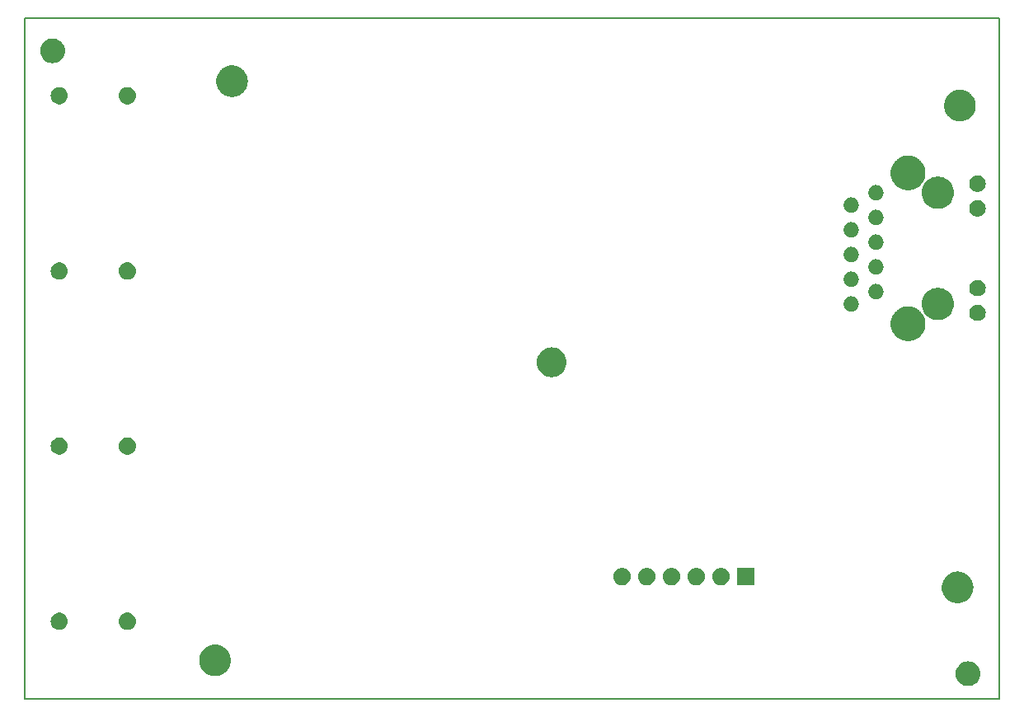
<source format=gbr>
%TF.GenerationSoftware,KiCad,Pcbnew,7.0.10*%
%TF.CreationDate,2025-02-13T15:15:04-06:00*%
%TF.ProjectId,IR2IP,49523249-502e-46b6-9963-61645f706362,rev?*%
%TF.SameCoordinates,PX55fe290PY8062360*%
%TF.FileFunction,Soldermask,Bot*%
%TF.FilePolarity,Negative*%
%FSLAX46Y46*%
G04 Gerber Fmt 4.6, Leading zero omitted, Abs format (unit mm)*
G04 Created by KiCad (PCBNEW 7.0.10) date 2025-02-13 15:15:04*
%MOMM*%
%LPD*%
G01*
G04 APERTURE LIST*
%TA.AperFunction,Profile*%
%ADD10C,0.150000*%
%TD*%
G04 APERTURE END LIST*
G36*
X97050533Y3870706D02*
G01*
X97264366Y3813410D01*
X97465000Y3719852D01*
X97646340Y3592876D01*
X97802876Y3436340D01*
X97929852Y3255000D01*
X98023410Y3054366D01*
X98080706Y2840533D01*
X98100000Y2620000D01*
X98080706Y2399467D01*
X98023410Y2185634D01*
X97929852Y1985000D01*
X97802876Y1803660D01*
X97646340Y1647124D01*
X97465000Y1520148D01*
X97264366Y1426590D01*
X97050533Y1369294D01*
X96830000Y1350000D01*
X96609467Y1369294D01*
X96395634Y1426590D01*
X96195000Y1520148D01*
X96013660Y1647124D01*
X95857124Y1803660D01*
X95730148Y1985000D01*
X95636590Y2185634D01*
X95579294Y2399467D01*
X95560000Y2620000D01*
X95579294Y2840533D01*
X95636590Y3054366D01*
X95730148Y3255000D01*
X95857124Y3436340D01*
X96013660Y3592876D01*
X96195000Y3719852D01*
X96395634Y3813410D01*
X96609467Y3870706D01*
X96830000Y3890000D01*
X97050533Y3870706D01*
G37*
G36*
X19559566Y5620912D02*
G01*
X19621468Y5620912D01*
X19689111Y5610717D01*
X19754300Y5605586D01*
X19806841Y5592972D01*
X19861702Y5584703D01*
X19933396Y5562589D01*
X20002338Y5546037D01*
X20046910Y5527575D01*
X20093846Y5513097D01*
X20167528Y5477614D01*
X20238007Y5448420D01*
X20274189Y5426248D01*
X20312728Y5407688D01*
X20386032Y5357710D01*
X20455504Y5315138D01*
X20483319Y5291382D01*
X20513457Y5270834D01*
X20583823Y5205543D01*
X20649473Y5149473D01*
X20669410Y5126130D01*
X20691542Y5105594D01*
X20756255Y5024447D01*
X20815138Y4955504D01*
X20828085Y4934376D01*
X20843018Y4915651D01*
X20899329Y4818117D01*
X20948420Y4738007D01*
X20955631Y4720597D01*
X20964486Y4705260D01*
X21009646Y4590193D01*
X21046037Y4502338D01*
X21049046Y4489804D01*
X21053242Y4479113D01*
X21084665Y4341441D01*
X21105586Y4254300D01*
X21106128Y4247405D01*
X21107302Y4242264D01*
X21122609Y4037998D01*
X21125600Y4000000D01*
X21122609Y3962000D01*
X21107302Y3757737D01*
X21106128Y3752597D01*
X21105586Y3745700D01*
X21084660Y3658540D01*
X21053242Y3520888D01*
X21049046Y3510200D01*
X21046037Y3497662D01*
X21009639Y3409790D01*
X20964486Y3294741D01*
X20955633Y3279408D01*
X20948420Y3261993D01*
X20899319Y3181868D01*
X20843018Y3084350D01*
X20828088Y3065629D01*
X20815138Y3044496D01*
X20756243Y2975540D01*
X20691542Y2894407D01*
X20669414Y2873876D01*
X20649473Y2850527D01*
X20583810Y2794446D01*
X20513457Y2729167D01*
X20483325Y2708624D01*
X20455504Y2684862D01*
X20386018Y2642282D01*
X20312728Y2592313D01*
X20274197Y2573758D01*
X20238007Y2551580D01*
X20167513Y2522381D01*
X20093846Y2486904D01*
X20046920Y2472430D01*
X20002338Y2453963D01*
X19933381Y2437408D01*
X19861702Y2415298D01*
X19806850Y2407031D01*
X19754300Y2394414D01*
X19689107Y2389284D01*
X19621468Y2379088D01*
X19559566Y2379088D01*
X19500000Y2374400D01*
X19440434Y2379088D01*
X19378532Y2379088D01*
X19310891Y2389284D01*
X19245700Y2394414D01*
X19193150Y2407031D01*
X19138297Y2415298D01*
X19066613Y2437410D01*
X18997662Y2453963D01*
X18953082Y2472429D01*
X18906153Y2486904D01*
X18832481Y2522383D01*
X18761993Y2551580D01*
X18725803Y2573758D01*
X18687272Y2592313D01*
X18613978Y2642284D01*
X18544496Y2684862D01*
X18516677Y2708621D01*
X18486542Y2729167D01*
X18416177Y2794457D01*
X18350527Y2850527D01*
X18330589Y2873872D01*
X18308457Y2894407D01*
X18243741Y2975558D01*
X18184862Y3044496D01*
X18171915Y3065624D01*
X18156981Y3084350D01*
X18100663Y3181896D01*
X18051580Y3261993D01*
X18044369Y3279402D01*
X18035513Y3294741D01*
X17990341Y3409836D01*
X17953963Y3497662D01*
X17950954Y3510193D01*
X17946757Y3520888D01*
X17915319Y3658625D01*
X17894414Y3745700D01*
X17893871Y3752591D01*
X17892697Y3757737D01*
X17877369Y3962266D01*
X17874400Y4000000D01*
X17877369Y4037732D01*
X17892697Y4242264D01*
X17893871Y4247412D01*
X17894414Y4254300D01*
X17915314Y4341357D01*
X17946757Y4479113D01*
X17950955Y4489811D01*
X17953963Y4502338D01*
X17990334Y4590147D01*
X18035513Y4705260D01*
X18044370Y4720603D01*
X18051580Y4738007D01*
X18100653Y4818089D01*
X18156981Y4915651D01*
X18171917Y4934382D01*
X18184862Y4955504D01*
X18243729Y5024429D01*
X18308457Y5105594D01*
X18330593Y5126134D01*
X18350527Y5149473D01*
X18416163Y5205532D01*
X18486542Y5270834D01*
X18516683Y5291384D01*
X18544496Y5315138D01*
X18613963Y5357708D01*
X18687272Y5407688D01*
X18725810Y5426248D01*
X18761993Y5448420D01*
X18832466Y5477612D01*
X18906153Y5513097D01*
X18953092Y5527576D01*
X18997662Y5546037D01*
X19066599Y5562588D01*
X19138297Y5584703D01*
X19193159Y5592973D01*
X19245700Y5605586D01*
X19310887Y5610717D01*
X19378532Y5620912D01*
X19440434Y5620912D01*
X19500000Y5625600D01*
X19559566Y5620912D01*
G37*
G36*
X3774438Y8844633D02*
G01*
X3944050Y8769117D01*
X4094255Y8659987D01*
X4218488Y8522012D01*
X4311320Y8361223D01*
X4368693Y8184646D01*
X4388100Y8000000D01*
X4368693Y7815354D01*
X4311320Y7638777D01*
X4218488Y7477988D01*
X4094255Y7340013D01*
X3944050Y7230883D01*
X3774438Y7155367D01*
X3592832Y7116765D01*
X3407168Y7116765D01*
X3225562Y7155367D01*
X3055950Y7230883D01*
X2905745Y7340013D01*
X2781512Y7477988D01*
X2688680Y7638777D01*
X2631307Y7815354D01*
X2611900Y8000000D01*
X2631307Y8184646D01*
X2688680Y8361223D01*
X2781512Y8522012D01*
X2905745Y8659987D01*
X3055950Y8769117D01*
X3225562Y8844633D01*
X3407168Y8883235D01*
X3592832Y8883235D01*
X3774438Y8844633D01*
G37*
G36*
X10774438Y8844633D02*
G01*
X10944050Y8769117D01*
X11094255Y8659987D01*
X11218488Y8522012D01*
X11311320Y8361223D01*
X11368693Y8184646D01*
X11388100Y8000000D01*
X11368693Y7815354D01*
X11311320Y7638777D01*
X11218488Y7477988D01*
X11094255Y7340013D01*
X10944050Y7230883D01*
X10774438Y7155367D01*
X10592832Y7116765D01*
X10407168Y7116765D01*
X10225562Y7155367D01*
X10055950Y7230883D01*
X9905745Y7340013D01*
X9781512Y7477988D01*
X9688680Y7638777D01*
X9631307Y7815354D01*
X9611900Y8000000D01*
X9631307Y8184646D01*
X9688680Y8361223D01*
X9781512Y8522012D01*
X9905745Y8659987D01*
X10055950Y8769117D01*
X10225562Y8844633D01*
X10407168Y8883235D01*
X10592832Y8883235D01*
X10774438Y8844633D01*
G37*
G36*
X95809566Y13120912D02*
G01*
X95871468Y13120912D01*
X95939111Y13110717D01*
X96004300Y13105586D01*
X96056841Y13092972D01*
X96111702Y13084703D01*
X96183396Y13062589D01*
X96252338Y13046037D01*
X96296910Y13027575D01*
X96343846Y13013097D01*
X96417528Y12977614D01*
X96488007Y12948420D01*
X96524189Y12926248D01*
X96562728Y12907688D01*
X96636032Y12857710D01*
X96705504Y12815138D01*
X96733319Y12791382D01*
X96763457Y12770834D01*
X96833823Y12705543D01*
X96899473Y12649473D01*
X96919410Y12626130D01*
X96941542Y12605594D01*
X97006255Y12524447D01*
X97065138Y12455504D01*
X97078085Y12434376D01*
X97093018Y12415651D01*
X97149329Y12318117D01*
X97198420Y12238007D01*
X97205631Y12220597D01*
X97214486Y12205260D01*
X97259646Y12090193D01*
X97296037Y12002338D01*
X97299046Y11989804D01*
X97303242Y11979113D01*
X97334665Y11841441D01*
X97355586Y11754300D01*
X97356128Y11747405D01*
X97357302Y11742264D01*
X97372609Y11537998D01*
X97375600Y11500000D01*
X97372609Y11462000D01*
X97357302Y11257737D01*
X97356128Y11252597D01*
X97355586Y11245700D01*
X97334660Y11158540D01*
X97303242Y11020888D01*
X97299046Y11010200D01*
X97296037Y10997662D01*
X97259639Y10909790D01*
X97214486Y10794741D01*
X97205633Y10779408D01*
X97198420Y10761993D01*
X97149319Y10681868D01*
X97093018Y10584350D01*
X97078088Y10565629D01*
X97065138Y10544496D01*
X97006243Y10475540D01*
X96941542Y10394407D01*
X96919414Y10373876D01*
X96899473Y10350527D01*
X96833810Y10294446D01*
X96763457Y10229167D01*
X96733325Y10208624D01*
X96705504Y10184862D01*
X96636018Y10142282D01*
X96562728Y10092313D01*
X96524197Y10073758D01*
X96488007Y10051580D01*
X96417513Y10022381D01*
X96343846Y9986904D01*
X96296920Y9972430D01*
X96252338Y9953963D01*
X96183381Y9937408D01*
X96111702Y9915298D01*
X96056850Y9907031D01*
X96004300Y9894414D01*
X95939107Y9889284D01*
X95871468Y9879088D01*
X95809566Y9879088D01*
X95750000Y9874400D01*
X95690434Y9879088D01*
X95628532Y9879088D01*
X95560891Y9889284D01*
X95495700Y9894414D01*
X95443150Y9907031D01*
X95388297Y9915298D01*
X95316613Y9937410D01*
X95247662Y9953963D01*
X95203082Y9972429D01*
X95156153Y9986904D01*
X95082481Y10022383D01*
X95011993Y10051580D01*
X94975803Y10073758D01*
X94937272Y10092313D01*
X94863978Y10142284D01*
X94794496Y10184862D01*
X94766677Y10208621D01*
X94736542Y10229167D01*
X94666177Y10294457D01*
X94600527Y10350527D01*
X94580589Y10373872D01*
X94558457Y10394407D01*
X94493741Y10475558D01*
X94434862Y10544496D01*
X94421915Y10565624D01*
X94406981Y10584350D01*
X94350663Y10681896D01*
X94301580Y10761993D01*
X94294369Y10779402D01*
X94285513Y10794741D01*
X94240341Y10909836D01*
X94203963Y10997662D01*
X94200954Y11010193D01*
X94196757Y11020888D01*
X94165319Y11158625D01*
X94144414Y11245700D01*
X94143871Y11252591D01*
X94142697Y11257737D01*
X94127369Y11462266D01*
X94124400Y11500000D01*
X94127369Y11537732D01*
X94142697Y11742264D01*
X94143871Y11747412D01*
X94144414Y11754300D01*
X94165314Y11841357D01*
X94196757Y11979113D01*
X94200955Y11989811D01*
X94203963Y12002338D01*
X94240334Y12090147D01*
X94285513Y12205260D01*
X94294370Y12220603D01*
X94301580Y12238007D01*
X94350653Y12318089D01*
X94406981Y12415651D01*
X94421917Y12434382D01*
X94434862Y12455504D01*
X94493729Y12524429D01*
X94558457Y12605594D01*
X94580593Y12626134D01*
X94600527Y12649473D01*
X94666163Y12705532D01*
X94736542Y12770834D01*
X94766683Y12791384D01*
X94794496Y12815138D01*
X94863963Y12857708D01*
X94937272Y12907688D01*
X94975810Y12926248D01*
X95011993Y12948420D01*
X95082466Y12977612D01*
X95156153Y13013097D01*
X95203092Y13027576D01*
X95247662Y13046037D01*
X95316599Y13062588D01*
X95388297Y13084703D01*
X95443159Y13092973D01*
X95495700Y13105586D01*
X95560887Y13110717D01*
X95628532Y13120912D01*
X95690434Y13120912D01*
X95750000Y13125600D01*
X95809566Y13120912D01*
G37*
G36*
X74864580Y13485200D02*
G01*
X74876941Y13476941D01*
X74885200Y13464580D01*
X74888100Y13450000D01*
X74888100Y11750000D01*
X74885200Y11735420D01*
X74876941Y11723059D01*
X74864580Y11714800D01*
X74850000Y11711900D01*
X73150000Y11711900D01*
X73135420Y11714800D01*
X73123059Y11723059D01*
X73114800Y11735420D01*
X73111900Y11750000D01*
X73111900Y13450000D01*
X73114800Y13464580D01*
X73123059Y13476941D01*
X73135420Y13485200D01*
X73150000Y13488100D01*
X74850000Y13488100D01*
X74864580Y13485200D01*
G37*
G36*
X61574438Y13444633D02*
G01*
X61744050Y13369117D01*
X61894255Y13259987D01*
X62018488Y13122012D01*
X62111320Y12961223D01*
X62168693Y12784646D01*
X62188100Y12600000D01*
X62168693Y12415354D01*
X62111320Y12238777D01*
X62018488Y12077988D01*
X61894255Y11940013D01*
X61744050Y11830883D01*
X61574438Y11755367D01*
X61392832Y11716765D01*
X61207168Y11716765D01*
X61025562Y11755367D01*
X60855950Y11830883D01*
X60705745Y11940013D01*
X60581512Y12077988D01*
X60488680Y12238777D01*
X60431307Y12415354D01*
X60411900Y12600000D01*
X60431307Y12784646D01*
X60488680Y12961223D01*
X60581512Y13122012D01*
X60705745Y13259987D01*
X60855950Y13369117D01*
X61025562Y13444633D01*
X61207168Y13483235D01*
X61392832Y13483235D01*
X61574438Y13444633D01*
G37*
G36*
X64114438Y13444633D02*
G01*
X64284050Y13369117D01*
X64434255Y13259987D01*
X64558488Y13122012D01*
X64651320Y12961223D01*
X64708693Y12784646D01*
X64728100Y12600000D01*
X64708693Y12415354D01*
X64651320Y12238777D01*
X64558488Y12077988D01*
X64434255Y11940013D01*
X64284050Y11830883D01*
X64114438Y11755367D01*
X63932832Y11716765D01*
X63747168Y11716765D01*
X63565562Y11755367D01*
X63395950Y11830883D01*
X63245745Y11940013D01*
X63121512Y12077988D01*
X63028680Y12238777D01*
X62971307Y12415354D01*
X62951900Y12600000D01*
X62971307Y12784646D01*
X63028680Y12961223D01*
X63121512Y13122012D01*
X63245745Y13259987D01*
X63395950Y13369117D01*
X63565562Y13444633D01*
X63747168Y13483235D01*
X63932832Y13483235D01*
X64114438Y13444633D01*
G37*
G36*
X66654438Y13444633D02*
G01*
X66824050Y13369117D01*
X66974255Y13259987D01*
X67098488Y13122012D01*
X67191320Y12961223D01*
X67248693Y12784646D01*
X67268100Y12600000D01*
X67248693Y12415354D01*
X67191320Y12238777D01*
X67098488Y12077988D01*
X66974255Y11940013D01*
X66824050Y11830883D01*
X66654438Y11755367D01*
X66472832Y11716765D01*
X66287168Y11716765D01*
X66105562Y11755367D01*
X65935950Y11830883D01*
X65785745Y11940013D01*
X65661512Y12077988D01*
X65568680Y12238777D01*
X65511307Y12415354D01*
X65491900Y12600000D01*
X65511307Y12784646D01*
X65568680Y12961223D01*
X65661512Y13122012D01*
X65785745Y13259987D01*
X65935950Y13369117D01*
X66105562Y13444633D01*
X66287168Y13483235D01*
X66472832Y13483235D01*
X66654438Y13444633D01*
G37*
G36*
X69194438Y13444633D02*
G01*
X69364050Y13369117D01*
X69514255Y13259987D01*
X69638488Y13122012D01*
X69731320Y12961223D01*
X69788693Y12784646D01*
X69808100Y12600000D01*
X69788693Y12415354D01*
X69731320Y12238777D01*
X69638488Y12077988D01*
X69514255Y11940013D01*
X69364050Y11830883D01*
X69194438Y11755367D01*
X69012832Y11716765D01*
X68827168Y11716765D01*
X68645562Y11755367D01*
X68475950Y11830883D01*
X68325745Y11940013D01*
X68201512Y12077988D01*
X68108680Y12238777D01*
X68051307Y12415354D01*
X68031900Y12600000D01*
X68051307Y12784646D01*
X68108680Y12961223D01*
X68201512Y13122012D01*
X68325745Y13259987D01*
X68475950Y13369117D01*
X68645562Y13444633D01*
X68827168Y13483235D01*
X69012832Y13483235D01*
X69194438Y13444633D01*
G37*
G36*
X71734438Y13444633D02*
G01*
X71904050Y13369117D01*
X72054255Y13259987D01*
X72178488Y13122012D01*
X72271320Y12961223D01*
X72328693Y12784646D01*
X72348100Y12600000D01*
X72328693Y12415354D01*
X72271320Y12238777D01*
X72178488Y12077988D01*
X72054255Y11940013D01*
X71904050Y11830883D01*
X71734438Y11755367D01*
X71552832Y11716765D01*
X71367168Y11716765D01*
X71185562Y11755367D01*
X71015950Y11830883D01*
X70865745Y11940013D01*
X70741512Y12077988D01*
X70648680Y12238777D01*
X70591307Y12415354D01*
X70571900Y12600000D01*
X70591307Y12784646D01*
X70648680Y12961223D01*
X70741512Y13122012D01*
X70865745Y13259987D01*
X71015950Y13369117D01*
X71185562Y13444633D01*
X71367168Y13483235D01*
X71552832Y13483235D01*
X71734438Y13444633D01*
G37*
G36*
X3774438Y26844633D02*
G01*
X3944050Y26769117D01*
X4094255Y26659987D01*
X4218488Y26522012D01*
X4311320Y26361223D01*
X4368693Y26184646D01*
X4388100Y26000000D01*
X4368693Y25815354D01*
X4311320Y25638777D01*
X4218488Y25477988D01*
X4094255Y25340013D01*
X3944050Y25230883D01*
X3774438Y25155367D01*
X3592832Y25116765D01*
X3407168Y25116765D01*
X3225562Y25155367D01*
X3055950Y25230883D01*
X2905745Y25340013D01*
X2781512Y25477988D01*
X2688680Y25638777D01*
X2631307Y25815354D01*
X2611900Y26000000D01*
X2631307Y26184646D01*
X2688680Y26361223D01*
X2781512Y26522012D01*
X2905745Y26659987D01*
X3055950Y26769117D01*
X3225562Y26844633D01*
X3407168Y26883235D01*
X3592832Y26883235D01*
X3774438Y26844633D01*
G37*
G36*
X10774438Y26844633D02*
G01*
X10944050Y26769117D01*
X11094255Y26659987D01*
X11218488Y26522012D01*
X11311320Y26361223D01*
X11368693Y26184646D01*
X11388100Y26000000D01*
X11368693Y25815354D01*
X11311320Y25638777D01*
X11218488Y25477988D01*
X11094255Y25340013D01*
X10944050Y25230883D01*
X10774438Y25155367D01*
X10592832Y25116765D01*
X10407168Y25116765D01*
X10225562Y25155367D01*
X10055950Y25230883D01*
X9905745Y25340013D01*
X9781512Y25477988D01*
X9688680Y25638777D01*
X9631307Y25815354D01*
X9611900Y26000000D01*
X9631307Y26184646D01*
X9688680Y26361223D01*
X9781512Y26522012D01*
X9905745Y26659987D01*
X10055950Y26769117D01*
X10225562Y26844633D01*
X10407168Y26883235D01*
X10592832Y26883235D01*
X10774438Y26844633D01*
G37*
G36*
X54320612Y36139163D02*
G01*
X54555299Y36082820D01*
X54778283Y35990457D01*
X54984072Y35864349D01*
X55167601Y35707601D01*
X55324349Y35524072D01*
X55450457Y35318283D01*
X55542820Y35095299D01*
X55599163Y34860612D01*
X55618100Y34620000D01*
X55599163Y34379388D01*
X55542820Y34144701D01*
X55450457Y33921717D01*
X55324349Y33715928D01*
X55167601Y33532399D01*
X54984072Y33375651D01*
X54778283Y33249543D01*
X54555299Y33157180D01*
X54320612Y33100837D01*
X54080000Y33081900D01*
X53839388Y33100837D01*
X53604701Y33157180D01*
X53381717Y33249543D01*
X53175928Y33375651D01*
X52992399Y33532399D01*
X52835651Y33715928D01*
X52709543Y33921717D01*
X52617180Y34144701D01*
X52560837Y34379388D01*
X52541900Y34620000D01*
X52560837Y34860612D01*
X52617180Y35095299D01*
X52709543Y35318283D01*
X52835651Y35524072D01*
X52992399Y35707601D01*
X53175928Y35864349D01*
X53381717Y35990457D01*
X53604701Y36082820D01*
X53839388Y36139163D01*
X54080000Y36158100D01*
X54320612Y36139163D01*
G37*
G36*
X90738092Y40368100D02*
G01*
X90803625Y40368100D01*
X90862801Y40359181D01*
X90924458Y40354771D01*
X90997550Y40338871D01*
X91067890Y40328269D01*
X91119574Y40312327D01*
X91173728Y40300546D01*
X91250046Y40272081D01*
X91323266Y40249495D01*
X91366771Y40228545D01*
X91412752Y40211394D01*
X91490199Y40169105D01*
X91564050Y40133540D01*
X91599123Y40109628D01*
X91636645Y40089139D01*
X91712893Y40032061D01*
X91784862Y39982993D01*
X91811678Y39958111D01*
X91840876Y39936254D01*
X91913438Y39863692D01*
X91980770Y39801217D01*
X91999895Y39777235D01*
X92021253Y39755877D01*
X92087484Y39667402D01*
X92147398Y39592273D01*
X92159781Y39570825D01*
X92174138Y39551646D01*
X92231422Y39446737D01*
X92281022Y39360828D01*
X92287895Y39343316D01*
X92296393Y39327753D01*
X92342129Y39205130D01*
X92378660Y39112052D01*
X92381520Y39099519D01*
X92385545Y39088729D01*
X92417281Y38942840D01*
X92438128Y38851502D01*
X92438641Y38844645D01*
X92439770Y38839459D01*
X92455230Y38623294D01*
X92458100Y38585000D01*
X92455229Y38546703D01*
X92439770Y38330542D01*
X92438641Y38325357D01*
X92438128Y38318498D01*
X92417276Y38227140D01*
X92385545Y38081272D01*
X92381521Y38070484D01*
X92378660Y38057948D01*
X92342121Y37964852D01*
X92296393Y37842248D01*
X92287896Y37826688D01*
X92281022Y37809172D01*
X92231412Y37723246D01*
X92174138Y37618355D01*
X92159783Y37599181D01*
X92147398Y37577727D01*
X92087472Y37502583D01*
X92021253Y37414124D01*
X91999899Y37392771D01*
X91980770Y37368783D01*
X91913424Y37306296D01*
X91840876Y37233747D01*
X91811684Y37211895D01*
X91784862Y37187007D01*
X91712878Y37137930D01*
X91636645Y37080862D01*
X91599130Y37060378D01*
X91564050Y37036460D01*
X91490184Y37000889D01*
X91412752Y36958607D01*
X91366780Y36941461D01*
X91323266Y36920505D01*
X91250030Y36897915D01*
X91173728Y36869455D01*
X91119585Y36857678D01*
X91067890Y36841731D01*
X90997535Y36831127D01*
X90924458Y36815230D01*
X90862813Y36810822D01*
X90803625Y36801900D01*
X90738078Y36801900D01*
X90670000Y36797031D01*
X90601921Y36801900D01*
X90536375Y36801900D01*
X90477186Y36810822D01*
X90415541Y36815230D01*
X90342461Y36831128D01*
X90272110Y36841731D01*
X90220417Y36857677D01*
X90166271Y36869455D01*
X90089963Y36897917D01*
X90016734Y36920505D01*
X89973222Y36941459D01*
X89927247Y36958607D01*
X89849807Y37000893D01*
X89775950Y37036460D01*
X89740873Y37060375D01*
X89703354Y37080862D01*
X89627110Y37137937D01*
X89555138Y37187007D01*
X89528320Y37211891D01*
X89499123Y37233747D01*
X89426561Y37306309D01*
X89359230Y37368783D01*
X89340104Y37392766D01*
X89318746Y37414124D01*
X89252511Y37502604D01*
X89192602Y37577727D01*
X89180219Y37599175D01*
X89165861Y37618355D01*
X89108568Y37723278D01*
X89058978Y37809172D01*
X89052106Y37826682D01*
X89043606Y37842248D01*
X88997857Y37964903D01*
X88961340Y38057948D01*
X88958480Y38070477D01*
X88954454Y38081272D01*
X88922702Y38227234D01*
X88901872Y38318498D01*
X88901358Y38325350D01*
X88900229Y38330542D01*
X88884748Y38546996D01*
X88881900Y38585000D01*
X88884747Y38623002D01*
X88900229Y38839459D01*
X88901358Y38844652D01*
X88901872Y38851502D01*
X88922697Y38942747D01*
X88954454Y39088729D01*
X88958480Y39099526D01*
X88961340Y39112052D01*
X88997850Y39205079D01*
X89043606Y39327753D01*
X89052107Y39343323D01*
X89058978Y39360828D01*
X89108558Y39446705D01*
X89165861Y39551646D01*
X89180222Y39570831D01*
X89192602Y39592273D01*
X89252499Y39667382D01*
X89318746Y39755877D01*
X89340108Y39777240D01*
X89359230Y39801217D01*
X89426547Y39863679D01*
X89499123Y39936254D01*
X89528325Y39958115D01*
X89555138Y39982993D01*
X89627095Y40032053D01*
X89703354Y40089139D01*
X89740880Y40109631D01*
X89775950Y40133540D01*
X89849791Y40169101D01*
X89927247Y40211394D01*
X89973232Y40228546D01*
X90016734Y40249495D01*
X90089948Y40272079D01*
X90166271Y40300546D01*
X90220428Y40312328D01*
X90272110Y40328269D01*
X90342446Y40338871D01*
X90415541Y40354771D01*
X90477199Y40359181D01*
X90536375Y40368100D01*
X90601908Y40368100D01*
X90670000Y40372970D01*
X90738092Y40368100D01*
G37*
G36*
X98062077Y40506591D02*
G01*
X98224050Y40434476D01*
X98367490Y40330261D01*
X98486127Y40198501D01*
X98574778Y40044953D01*
X98629567Y39876330D01*
X98648100Y39700000D01*
X98629567Y39523670D01*
X98574778Y39355047D01*
X98486127Y39201499D01*
X98367490Y39069739D01*
X98224050Y38965524D01*
X98062077Y38893409D01*
X97888651Y38856546D01*
X97711349Y38856546D01*
X97537923Y38893409D01*
X97375950Y38965524D01*
X97232510Y39069739D01*
X97113873Y39201499D01*
X97025222Y39355047D01*
X96970433Y39523670D01*
X96951900Y39700000D01*
X96970433Y39876330D01*
X97025222Y40044953D01*
X97113873Y40198501D01*
X97232510Y40330261D01*
X97375950Y40434476D01*
X97537923Y40506591D01*
X97711349Y40543454D01*
X97888651Y40543454D01*
X98062077Y40506591D01*
G37*
G36*
X94090075Y42236403D02*
G01*
X94327599Y42163136D01*
X94551550Y42055287D01*
X94756926Y41915264D01*
X94939139Y41746195D01*
X95094118Y41551858D01*
X95218401Y41336592D01*
X95309213Y41105207D01*
X95364525Y40862872D01*
X95383100Y40615000D01*
X95364525Y40367128D01*
X95309213Y40124793D01*
X95218401Y39893408D01*
X95094118Y39678142D01*
X94939139Y39483805D01*
X94756926Y39314736D01*
X94551550Y39174713D01*
X94327599Y39066864D01*
X94090075Y38993597D01*
X93844284Y38956550D01*
X93595716Y38956550D01*
X93349925Y38993597D01*
X93112401Y39066864D01*
X92888450Y39174713D01*
X92683074Y39314736D01*
X92500861Y39483805D01*
X92345882Y39678142D01*
X92221599Y39893408D01*
X92130787Y40124793D01*
X92075475Y40367128D01*
X92056900Y40615000D01*
X92075475Y40862872D01*
X92130787Y41105207D01*
X92221599Y41336592D01*
X92345882Y41551858D01*
X92500861Y41746195D01*
X92683074Y41915264D01*
X92888450Y42055287D01*
X93112401Y42163136D01*
X93349925Y42236403D01*
X93595716Y42273450D01*
X93844284Y42273450D01*
X94090075Y42236403D01*
G37*
G36*
X84870791Y41398504D02*
G01*
X84912349Y41398504D01*
X84959226Y41388540D01*
X85005369Y41383341D01*
X85038923Y41371600D01*
X85073450Y41364261D01*
X85123210Y41342107D01*
X85171944Y41325054D01*
X85197306Y41309118D01*
X85223910Y41297273D01*
X85273522Y41261228D01*
X85321372Y41231161D01*
X85338554Y41213979D01*
X85357154Y41200465D01*
X85403135Y41149398D01*
X85446161Y41106372D01*
X85456057Y41090622D01*
X85467361Y41078068D01*
X85506018Y41011111D01*
X85540054Y40956944D01*
X85544304Y40944797D01*
X85549707Y40935439D01*
X85577378Y40850278D01*
X85598341Y40790369D01*
X85599135Y40783316D01*
X85600604Y40778797D01*
X85613918Y40652114D01*
X85618100Y40615000D01*
X85613918Y40577884D01*
X85600604Y40451204D01*
X85599135Y40446686D01*
X85598341Y40439631D01*
X85577373Y40379710D01*
X85549707Y40294562D01*
X85544305Y40285207D01*
X85540054Y40273056D01*
X85506011Y40218879D01*
X85467361Y40151933D01*
X85456060Y40139383D01*
X85446161Y40123628D01*
X85403126Y40080594D01*
X85357154Y40029536D01*
X85338558Y40016026D01*
X85321372Y39998839D01*
X85273512Y39968767D01*
X85223910Y39932728D01*
X85197312Y39920887D01*
X85171944Y39904946D01*
X85123200Y39887890D01*
X85073450Y39865740D01*
X85038929Y39858403D01*
X85005369Y39846659D01*
X84959223Y39841460D01*
X84912349Y39831496D01*
X84870791Y39831496D01*
X84830000Y39826900D01*
X84789209Y39831496D01*
X84747651Y39831496D01*
X84700775Y39841460D01*
X84654631Y39846659D01*
X84621072Y39858402D01*
X84586549Y39865740D01*
X84536795Y39887892D01*
X84488056Y39904946D01*
X84462690Y39920885D01*
X84436089Y39932728D01*
X84386480Y39968771D01*
X84338628Y39998839D01*
X84321444Y40016023D01*
X84302845Y40029536D01*
X84256863Y40080604D01*
X84213839Y40123628D01*
X84203942Y40139379D01*
X84192638Y40151933D01*
X84153976Y40218898D01*
X84119946Y40273056D01*
X84115695Y40285203D01*
X84110292Y40294562D01*
X84082612Y40379750D01*
X84061659Y40439631D01*
X84060864Y40446681D01*
X84059395Y40451204D01*
X84046067Y40578016D01*
X84041900Y40615000D01*
X84046066Y40651982D01*
X84059395Y40778797D01*
X84060864Y40783321D01*
X84061659Y40790369D01*
X84082607Y40850238D01*
X84110292Y40935439D01*
X84115696Y40944801D01*
X84119946Y40956944D01*
X84153969Y41011091D01*
X84192638Y41078068D01*
X84203944Y41090625D01*
X84213839Y41106372D01*
X84256854Y41149388D01*
X84302845Y41200465D01*
X84321447Y41213981D01*
X84338628Y41231161D01*
X84386474Y41261226D01*
X84436090Y41297273D01*
X84462693Y41309118D01*
X84488056Y41325054D01*
X84536786Y41342106D01*
X84586549Y41364261D01*
X84621077Y41371601D01*
X84654631Y41383341D01*
X84700773Y41388540D01*
X84747651Y41398504D01*
X84789209Y41398504D01*
X84830000Y41403100D01*
X84870791Y41398504D01*
G37*
G36*
X87410791Y42668504D02*
G01*
X87452349Y42668504D01*
X87499226Y42658540D01*
X87545369Y42653341D01*
X87578923Y42641600D01*
X87613450Y42634261D01*
X87663210Y42612107D01*
X87711944Y42595054D01*
X87737306Y42579118D01*
X87763910Y42567273D01*
X87813522Y42531228D01*
X87861372Y42501161D01*
X87878554Y42483979D01*
X87897154Y42470465D01*
X87943135Y42419398D01*
X87986161Y42376372D01*
X87996057Y42360622D01*
X88007361Y42348068D01*
X88046018Y42281111D01*
X88080054Y42226944D01*
X88084304Y42214797D01*
X88089707Y42205439D01*
X88117378Y42120278D01*
X88138341Y42060369D01*
X88139135Y42053316D01*
X88140604Y42048797D01*
X88153918Y41922114D01*
X88158100Y41885000D01*
X88153918Y41847884D01*
X88140604Y41721204D01*
X88139135Y41716686D01*
X88138341Y41709631D01*
X88117373Y41649710D01*
X88089707Y41564562D01*
X88084305Y41555207D01*
X88080054Y41543056D01*
X88046011Y41488879D01*
X88007361Y41421933D01*
X87996060Y41409383D01*
X87986161Y41393628D01*
X87943126Y41350594D01*
X87897154Y41299536D01*
X87878558Y41286026D01*
X87861372Y41268839D01*
X87813512Y41238767D01*
X87763910Y41202728D01*
X87737312Y41190887D01*
X87711944Y41174946D01*
X87663200Y41157890D01*
X87613450Y41135740D01*
X87578929Y41128403D01*
X87545369Y41116659D01*
X87499223Y41111460D01*
X87452349Y41101496D01*
X87410791Y41101496D01*
X87370000Y41096900D01*
X87329209Y41101496D01*
X87287651Y41101496D01*
X87240775Y41111460D01*
X87194631Y41116659D01*
X87161072Y41128402D01*
X87126549Y41135740D01*
X87076795Y41157892D01*
X87028056Y41174946D01*
X87002690Y41190885D01*
X86976089Y41202728D01*
X86926480Y41238771D01*
X86878628Y41268839D01*
X86861444Y41286023D01*
X86842845Y41299536D01*
X86796863Y41350604D01*
X86753839Y41393628D01*
X86743942Y41409379D01*
X86732638Y41421933D01*
X86693976Y41488898D01*
X86659946Y41543056D01*
X86655695Y41555203D01*
X86650292Y41564562D01*
X86622612Y41649750D01*
X86601659Y41709631D01*
X86600864Y41716681D01*
X86599395Y41721204D01*
X86586067Y41848016D01*
X86581900Y41885000D01*
X86586066Y41921982D01*
X86599395Y42048797D01*
X86600864Y42053321D01*
X86601659Y42060369D01*
X86622607Y42120238D01*
X86650292Y42205439D01*
X86655696Y42214801D01*
X86659946Y42226944D01*
X86693969Y42281091D01*
X86732638Y42348068D01*
X86743944Y42360625D01*
X86753839Y42376372D01*
X86796854Y42419388D01*
X86842845Y42470465D01*
X86861447Y42483981D01*
X86878628Y42501161D01*
X86926474Y42531226D01*
X86976090Y42567273D01*
X87002693Y42579118D01*
X87028056Y42595054D01*
X87076786Y42612106D01*
X87126549Y42634261D01*
X87161077Y42641601D01*
X87194631Y42653341D01*
X87240773Y42658540D01*
X87287651Y42668504D01*
X87329209Y42668504D01*
X87370000Y42673100D01*
X87410791Y42668504D01*
G37*
G36*
X98062077Y43046591D02*
G01*
X98224050Y42974476D01*
X98367490Y42870261D01*
X98486127Y42738501D01*
X98574778Y42584953D01*
X98629567Y42416330D01*
X98648100Y42240000D01*
X98629567Y42063670D01*
X98574778Y41895047D01*
X98486127Y41741499D01*
X98367490Y41609739D01*
X98224050Y41505524D01*
X98062077Y41433409D01*
X97888651Y41396546D01*
X97711349Y41396546D01*
X97537923Y41433409D01*
X97375950Y41505524D01*
X97232510Y41609739D01*
X97113873Y41741499D01*
X97025222Y41895047D01*
X96970433Y42063670D01*
X96951900Y42240000D01*
X96970433Y42416330D01*
X97025222Y42584953D01*
X97113873Y42738501D01*
X97232510Y42870261D01*
X97375950Y42974476D01*
X97537923Y43046591D01*
X97711349Y43083454D01*
X97888651Y43083454D01*
X98062077Y43046591D01*
G37*
G36*
X84870791Y43938504D02*
G01*
X84912349Y43938504D01*
X84959226Y43928540D01*
X85005369Y43923341D01*
X85038923Y43911600D01*
X85073450Y43904261D01*
X85123210Y43882107D01*
X85171944Y43865054D01*
X85197306Y43849118D01*
X85223910Y43837273D01*
X85273522Y43801228D01*
X85321372Y43771161D01*
X85338554Y43753979D01*
X85357154Y43740465D01*
X85403135Y43689398D01*
X85446161Y43646372D01*
X85456057Y43630622D01*
X85467361Y43618068D01*
X85506018Y43551111D01*
X85540054Y43496944D01*
X85544304Y43484797D01*
X85549707Y43475439D01*
X85577378Y43390278D01*
X85598341Y43330369D01*
X85599135Y43323316D01*
X85600604Y43318797D01*
X85613918Y43192114D01*
X85618100Y43155000D01*
X85613918Y43117884D01*
X85600604Y42991204D01*
X85599135Y42986686D01*
X85598341Y42979631D01*
X85577373Y42919710D01*
X85549707Y42834562D01*
X85544305Y42825207D01*
X85540054Y42813056D01*
X85506011Y42758879D01*
X85467361Y42691933D01*
X85456060Y42679383D01*
X85446161Y42663628D01*
X85403126Y42620594D01*
X85357154Y42569536D01*
X85338558Y42556026D01*
X85321372Y42538839D01*
X85273512Y42508767D01*
X85223910Y42472728D01*
X85197312Y42460887D01*
X85171944Y42444946D01*
X85123200Y42427890D01*
X85073450Y42405740D01*
X85038929Y42398403D01*
X85005369Y42386659D01*
X84959223Y42381460D01*
X84912349Y42371496D01*
X84870791Y42371496D01*
X84830000Y42366900D01*
X84789209Y42371496D01*
X84747651Y42371496D01*
X84700775Y42381460D01*
X84654631Y42386659D01*
X84621072Y42398402D01*
X84586549Y42405740D01*
X84536795Y42427892D01*
X84488056Y42444946D01*
X84462690Y42460885D01*
X84436089Y42472728D01*
X84386480Y42508771D01*
X84338628Y42538839D01*
X84321444Y42556023D01*
X84302845Y42569536D01*
X84256863Y42620604D01*
X84213839Y42663628D01*
X84203942Y42679379D01*
X84192638Y42691933D01*
X84153976Y42758898D01*
X84119946Y42813056D01*
X84115695Y42825203D01*
X84110292Y42834562D01*
X84082612Y42919750D01*
X84061659Y42979631D01*
X84060864Y42986681D01*
X84059395Y42991204D01*
X84046067Y43118016D01*
X84041900Y43155000D01*
X84046066Y43191982D01*
X84059395Y43318797D01*
X84060864Y43323321D01*
X84061659Y43330369D01*
X84082607Y43390238D01*
X84110292Y43475439D01*
X84115696Y43484801D01*
X84119946Y43496944D01*
X84153969Y43551091D01*
X84192638Y43618068D01*
X84203944Y43630625D01*
X84213839Y43646372D01*
X84256854Y43689388D01*
X84302845Y43740465D01*
X84321447Y43753981D01*
X84338628Y43771161D01*
X84386474Y43801226D01*
X84436090Y43837273D01*
X84462693Y43849118D01*
X84488056Y43865054D01*
X84536786Y43882106D01*
X84586549Y43904261D01*
X84621077Y43911601D01*
X84654631Y43923341D01*
X84700773Y43928540D01*
X84747651Y43938504D01*
X84789209Y43938504D01*
X84830000Y43943100D01*
X84870791Y43938504D01*
G37*
G36*
X3774438Y44844633D02*
G01*
X3944050Y44769117D01*
X4094255Y44659987D01*
X4218488Y44522012D01*
X4311320Y44361223D01*
X4368693Y44184646D01*
X4388100Y44000000D01*
X4368693Y43815354D01*
X4311320Y43638777D01*
X4218488Y43477988D01*
X4094255Y43340013D01*
X3944050Y43230883D01*
X3774438Y43155367D01*
X3592832Y43116765D01*
X3407168Y43116765D01*
X3225562Y43155367D01*
X3055950Y43230883D01*
X2905745Y43340013D01*
X2781512Y43477988D01*
X2688680Y43638777D01*
X2631307Y43815354D01*
X2611900Y44000000D01*
X2631307Y44184646D01*
X2688680Y44361223D01*
X2781512Y44522012D01*
X2905745Y44659987D01*
X3055950Y44769117D01*
X3225562Y44844633D01*
X3407168Y44883235D01*
X3592832Y44883235D01*
X3774438Y44844633D01*
G37*
G36*
X10774438Y44844633D02*
G01*
X10944050Y44769117D01*
X11094255Y44659987D01*
X11218488Y44522012D01*
X11311320Y44361223D01*
X11368693Y44184646D01*
X11388100Y44000000D01*
X11368693Y43815354D01*
X11311320Y43638777D01*
X11218488Y43477988D01*
X11094255Y43340013D01*
X10944050Y43230883D01*
X10774438Y43155367D01*
X10592832Y43116765D01*
X10407168Y43116765D01*
X10225562Y43155367D01*
X10055950Y43230883D01*
X9905745Y43340013D01*
X9781512Y43477988D01*
X9688680Y43638777D01*
X9631307Y43815354D01*
X9611900Y44000000D01*
X9631307Y44184646D01*
X9688680Y44361223D01*
X9781512Y44522012D01*
X9905745Y44659987D01*
X10055950Y44769117D01*
X10225562Y44844633D01*
X10407168Y44883235D01*
X10592832Y44883235D01*
X10774438Y44844633D01*
G37*
G36*
X87410791Y45208504D02*
G01*
X87452349Y45208504D01*
X87499226Y45198540D01*
X87545369Y45193341D01*
X87578923Y45181600D01*
X87613450Y45174261D01*
X87663210Y45152107D01*
X87711944Y45135054D01*
X87737306Y45119118D01*
X87763910Y45107273D01*
X87813522Y45071228D01*
X87861372Y45041161D01*
X87878554Y45023979D01*
X87897154Y45010465D01*
X87943135Y44959398D01*
X87986161Y44916372D01*
X87996057Y44900622D01*
X88007361Y44888068D01*
X88046018Y44821111D01*
X88080054Y44766944D01*
X88084304Y44754797D01*
X88089707Y44745439D01*
X88117378Y44660278D01*
X88138341Y44600369D01*
X88139135Y44593316D01*
X88140604Y44588797D01*
X88153918Y44462114D01*
X88158100Y44425000D01*
X88153918Y44387884D01*
X88140604Y44261204D01*
X88139135Y44256686D01*
X88138341Y44249631D01*
X88117373Y44189710D01*
X88089707Y44104562D01*
X88084305Y44095207D01*
X88080054Y44083056D01*
X88046011Y44028879D01*
X88007361Y43961933D01*
X87996060Y43949383D01*
X87986161Y43933628D01*
X87943126Y43890594D01*
X87897154Y43839536D01*
X87878558Y43826026D01*
X87861372Y43808839D01*
X87813512Y43778767D01*
X87763910Y43742728D01*
X87737312Y43730887D01*
X87711944Y43714946D01*
X87663200Y43697890D01*
X87613450Y43675740D01*
X87578929Y43668403D01*
X87545369Y43656659D01*
X87499223Y43651460D01*
X87452349Y43641496D01*
X87410791Y43641496D01*
X87370000Y43636900D01*
X87329209Y43641496D01*
X87287651Y43641496D01*
X87240775Y43651460D01*
X87194631Y43656659D01*
X87161072Y43668402D01*
X87126549Y43675740D01*
X87076795Y43697892D01*
X87028056Y43714946D01*
X87002690Y43730885D01*
X86976089Y43742728D01*
X86926480Y43778771D01*
X86878628Y43808839D01*
X86861444Y43826023D01*
X86842845Y43839536D01*
X86796863Y43890604D01*
X86753839Y43933628D01*
X86743942Y43949379D01*
X86732638Y43961933D01*
X86693976Y44028898D01*
X86659946Y44083056D01*
X86655695Y44095203D01*
X86650292Y44104562D01*
X86622612Y44189750D01*
X86601659Y44249631D01*
X86600864Y44256681D01*
X86599395Y44261204D01*
X86586067Y44388016D01*
X86581900Y44425000D01*
X86586066Y44461982D01*
X86599395Y44588797D01*
X86600864Y44593321D01*
X86601659Y44600369D01*
X86622607Y44660238D01*
X86650292Y44745439D01*
X86655696Y44754801D01*
X86659946Y44766944D01*
X86693969Y44821091D01*
X86732638Y44888068D01*
X86743944Y44900625D01*
X86753839Y44916372D01*
X86796854Y44959388D01*
X86842845Y45010465D01*
X86861447Y45023981D01*
X86878628Y45041161D01*
X86926474Y45071226D01*
X86976090Y45107273D01*
X87002693Y45119118D01*
X87028056Y45135054D01*
X87076786Y45152106D01*
X87126549Y45174261D01*
X87161077Y45181601D01*
X87194631Y45193341D01*
X87240773Y45198540D01*
X87287651Y45208504D01*
X87329209Y45208504D01*
X87370000Y45213100D01*
X87410791Y45208504D01*
G37*
G36*
X84870791Y46478504D02*
G01*
X84912349Y46478504D01*
X84959226Y46468540D01*
X85005369Y46463341D01*
X85038923Y46451600D01*
X85073450Y46444261D01*
X85123210Y46422107D01*
X85171944Y46405054D01*
X85197306Y46389118D01*
X85223910Y46377273D01*
X85273522Y46341228D01*
X85321372Y46311161D01*
X85338554Y46293979D01*
X85357154Y46280465D01*
X85403135Y46229398D01*
X85446161Y46186372D01*
X85456057Y46170622D01*
X85467361Y46158068D01*
X85506018Y46091111D01*
X85540054Y46036944D01*
X85544304Y46024797D01*
X85549707Y46015439D01*
X85577378Y45930278D01*
X85598341Y45870369D01*
X85599135Y45863316D01*
X85600604Y45858797D01*
X85613918Y45732114D01*
X85618100Y45695000D01*
X85613918Y45657884D01*
X85600604Y45531204D01*
X85599135Y45526686D01*
X85598341Y45519631D01*
X85577373Y45459710D01*
X85549707Y45374562D01*
X85544305Y45365207D01*
X85540054Y45353056D01*
X85506011Y45298879D01*
X85467361Y45231933D01*
X85456060Y45219383D01*
X85446161Y45203628D01*
X85403126Y45160594D01*
X85357154Y45109536D01*
X85338558Y45096026D01*
X85321372Y45078839D01*
X85273512Y45048767D01*
X85223910Y45012728D01*
X85197312Y45000887D01*
X85171944Y44984946D01*
X85123200Y44967890D01*
X85073450Y44945740D01*
X85038929Y44938403D01*
X85005369Y44926659D01*
X84959223Y44921460D01*
X84912349Y44911496D01*
X84870791Y44911496D01*
X84830000Y44906900D01*
X84789209Y44911496D01*
X84747651Y44911496D01*
X84700775Y44921460D01*
X84654631Y44926659D01*
X84621072Y44938402D01*
X84586549Y44945740D01*
X84536795Y44967892D01*
X84488056Y44984946D01*
X84462690Y45000885D01*
X84436089Y45012728D01*
X84386480Y45048771D01*
X84338628Y45078839D01*
X84321444Y45096023D01*
X84302845Y45109536D01*
X84256863Y45160604D01*
X84213839Y45203628D01*
X84203942Y45219379D01*
X84192638Y45231933D01*
X84153976Y45298898D01*
X84119946Y45353056D01*
X84115695Y45365203D01*
X84110292Y45374562D01*
X84082612Y45459750D01*
X84061659Y45519631D01*
X84060864Y45526681D01*
X84059395Y45531204D01*
X84046067Y45658016D01*
X84041900Y45695000D01*
X84046066Y45731982D01*
X84059395Y45858797D01*
X84060864Y45863321D01*
X84061659Y45870369D01*
X84082607Y45930238D01*
X84110292Y46015439D01*
X84115696Y46024801D01*
X84119946Y46036944D01*
X84153969Y46091091D01*
X84192638Y46158068D01*
X84203944Y46170625D01*
X84213839Y46186372D01*
X84256854Y46229388D01*
X84302845Y46280465D01*
X84321447Y46293981D01*
X84338628Y46311161D01*
X84386474Y46341226D01*
X84436090Y46377273D01*
X84462693Y46389118D01*
X84488056Y46405054D01*
X84536786Y46422106D01*
X84586549Y46444261D01*
X84621077Y46451601D01*
X84654631Y46463341D01*
X84700773Y46468540D01*
X84747651Y46478504D01*
X84789209Y46478504D01*
X84830000Y46483100D01*
X84870791Y46478504D01*
G37*
G36*
X87410791Y47748504D02*
G01*
X87452349Y47748504D01*
X87499226Y47738540D01*
X87545369Y47733341D01*
X87578923Y47721600D01*
X87613450Y47714261D01*
X87663210Y47692107D01*
X87711944Y47675054D01*
X87737306Y47659118D01*
X87763910Y47647273D01*
X87813522Y47611228D01*
X87861372Y47581161D01*
X87878554Y47563979D01*
X87897154Y47550465D01*
X87943135Y47499398D01*
X87986161Y47456372D01*
X87996057Y47440622D01*
X88007361Y47428068D01*
X88046018Y47361111D01*
X88080054Y47306944D01*
X88084304Y47294797D01*
X88089707Y47285439D01*
X88117378Y47200278D01*
X88138341Y47140369D01*
X88139135Y47133316D01*
X88140604Y47128797D01*
X88153918Y47002114D01*
X88158100Y46965000D01*
X88153918Y46927884D01*
X88140604Y46801204D01*
X88139135Y46796686D01*
X88138341Y46789631D01*
X88117373Y46729710D01*
X88089707Y46644562D01*
X88084305Y46635207D01*
X88080054Y46623056D01*
X88046011Y46568879D01*
X88007361Y46501933D01*
X87996060Y46489383D01*
X87986161Y46473628D01*
X87943126Y46430594D01*
X87897154Y46379536D01*
X87878558Y46366026D01*
X87861372Y46348839D01*
X87813512Y46318767D01*
X87763910Y46282728D01*
X87737312Y46270887D01*
X87711944Y46254946D01*
X87663200Y46237890D01*
X87613450Y46215740D01*
X87578929Y46208403D01*
X87545369Y46196659D01*
X87499223Y46191460D01*
X87452349Y46181496D01*
X87410791Y46181496D01*
X87370000Y46176900D01*
X87329209Y46181496D01*
X87287651Y46181496D01*
X87240775Y46191460D01*
X87194631Y46196659D01*
X87161072Y46208402D01*
X87126549Y46215740D01*
X87076795Y46237892D01*
X87028056Y46254946D01*
X87002690Y46270885D01*
X86976089Y46282728D01*
X86926480Y46318771D01*
X86878628Y46348839D01*
X86861444Y46366023D01*
X86842845Y46379536D01*
X86796863Y46430604D01*
X86753839Y46473628D01*
X86743942Y46489379D01*
X86732638Y46501933D01*
X86693976Y46568898D01*
X86659946Y46623056D01*
X86655695Y46635203D01*
X86650292Y46644562D01*
X86622612Y46729750D01*
X86601659Y46789631D01*
X86600864Y46796681D01*
X86599395Y46801204D01*
X86586067Y46928016D01*
X86581900Y46965000D01*
X86586066Y47001982D01*
X86599395Y47128797D01*
X86600864Y47133321D01*
X86601659Y47140369D01*
X86622607Y47200238D01*
X86650292Y47285439D01*
X86655696Y47294801D01*
X86659946Y47306944D01*
X86693969Y47361091D01*
X86732638Y47428068D01*
X86743944Y47440625D01*
X86753839Y47456372D01*
X86796854Y47499388D01*
X86842845Y47550465D01*
X86861447Y47563981D01*
X86878628Y47581161D01*
X86926474Y47611226D01*
X86976090Y47647273D01*
X87002693Y47659118D01*
X87028056Y47675054D01*
X87076786Y47692106D01*
X87126549Y47714261D01*
X87161077Y47721601D01*
X87194631Y47733341D01*
X87240773Y47738540D01*
X87287651Y47748504D01*
X87329209Y47748504D01*
X87370000Y47753100D01*
X87410791Y47748504D01*
G37*
G36*
X84870791Y49018504D02*
G01*
X84912349Y49018504D01*
X84959226Y49008540D01*
X85005369Y49003341D01*
X85038923Y48991600D01*
X85073450Y48984261D01*
X85123210Y48962107D01*
X85171944Y48945054D01*
X85197306Y48929118D01*
X85223910Y48917273D01*
X85273522Y48881228D01*
X85321372Y48851161D01*
X85338554Y48833979D01*
X85357154Y48820465D01*
X85403135Y48769398D01*
X85446161Y48726372D01*
X85456057Y48710622D01*
X85467361Y48698068D01*
X85506018Y48631111D01*
X85540054Y48576944D01*
X85544304Y48564797D01*
X85549707Y48555439D01*
X85577378Y48470278D01*
X85598341Y48410369D01*
X85599135Y48403316D01*
X85600604Y48398797D01*
X85613918Y48272114D01*
X85618100Y48235000D01*
X85613918Y48197884D01*
X85600604Y48071204D01*
X85599135Y48066686D01*
X85598341Y48059631D01*
X85577373Y47999710D01*
X85549707Y47914562D01*
X85544305Y47905207D01*
X85540054Y47893056D01*
X85506011Y47838879D01*
X85467361Y47771933D01*
X85456060Y47759383D01*
X85446161Y47743628D01*
X85403126Y47700594D01*
X85357154Y47649536D01*
X85338558Y47636026D01*
X85321372Y47618839D01*
X85273512Y47588767D01*
X85223910Y47552728D01*
X85197312Y47540887D01*
X85171944Y47524946D01*
X85123200Y47507890D01*
X85073450Y47485740D01*
X85038929Y47478403D01*
X85005369Y47466659D01*
X84959223Y47461460D01*
X84912349Y47451496D01*
X84870791Y47451496D01*
X84830000Y47446900D01*
X84789209Y47451496D01*
X84747651Y47451496D01*
X84700775Y47461460D01*
X84654631Y47466659D01*
X84621072Y47478402D01*
X84586549Y47485740D01*
X84536795Y47507892D01*
X84488056Y47524946D01*
X84462690Y47540885D01*
X84436089Y47552728D01*
X84386480Y47588771D01*
X84338628Y47618839D01*
X84321444Y47636023D01*
X84302845Y47649536D01*
X84256863Y47700604D01*
X84213839Y47743628D01*
X84203942Y47759379D01*
X84192638Y47771933D01*
X84153976Y47838898D01*
X84119946Y47893056D01*
X84115695Y47905203D01*
X84110292Y47914562D01*
X84082612Y47999750D01*
X84061659Y48059631D01*
X84060864Y48066681D01*
X84059395Y48071204D01*
X84046067Y48198016D01*
X84041900Y48235000D01*
X84046066Y48271982D01*
X84059395Y48398797D01*
X84060864Y48403321D01*
X84061659Y48410369D01*
X84082607Y48470238D01*
X84110292Y48555439D01*
X84115696Y48564801D01*
X84119946Y48576944D01*
X84153969Y48631091D01*
X84192638Y48698068D01*
X84203944Y48710625D01*
X84213839Y48726372D01*
X84256854Y48769388D01*
X84302845Y48820465D01*
X84321447Y48833981D01*
X84338628Y48851161D01*
X84386474Y48881226D01*
X84436090Y48917273D01*
X84462693Y48929118D01*
X84488056Y48945054D01*
X84536786Y48962106D01*
X84586549Y48984261D01*
X84621077Y48991601D01*
X84654631Y49003341D01*
X84700773Y49008540D01*
X84747651Y49018504D01*
X84789209Y49018504D01*
X84830000Y49023100D01*
X84870791Y49018504D01*
G37*
G36*
X87410791Y50288504D02*
G01*
X87452349Y50288504D01*
X87499226Y50278540D01*
X87545369Y50273341D01*
X87578923Y50261600D01*
X87613450Y50254261D01*
X87663210Y50232107D01*
X87711944Y50215054D01*
X87737306Y50199118D01*
X87763910Y50187273D01*
X87813522Y50151228D01*
X87861372Y50121161D01*
X87878554Y50103979D01*
X87897154Y50090465D01*
X87943135Y50039398D01*
X87986161Y49996372D01*
X87996057Y49980622D01*
X88007361Y49968068D01*
X88046018Y49901111D01*
X88080054Y49846944D01*
X88084304Y49834797D01*
X88089707Y49825439D01*
X88117378Y49740278D01*
X88138341Y49680369D01*
X88139135Y49673316D01*
X88140604Y49668797D01*
X88153918Y49542114D01*
X88158100Y49505000D01*
X88153918Y49467884D01*
X88140604Y49341204D01*
X88139135Y49336686D01*
X88138341Y49329631D01*
X88117373Y49269710D01*
X88089707Y49184562D01*
X88084305Y49175207D01*
X88080054Y49163056D01*
X88046011Y49108879D01*
X88007361Y49041933D01*
X87996060Y49029383D01*
X87986161Y49013628D01*
X87943126Y48970594D01*
X87897154Y48919536D01*
X87878558Y48906026D01*
X87861372Y48888839D01*
X87813512Y48858767D01*
X87763910Y48822728D01*
X87737312Y48810887D01*
X87711944Y48794946D01*
X87663200Y48777890D01*
X87613450Y48755740D01*
X87578929Y48748403D01*
X87545369Y48736659D01*
X87499223Y48731460D01*
X87452349Y48721496D01*
X87410791Y48721496D01*
X87370000Y48716900D01*
X87329209Y48721496D01*
X87287651Y48721496D01*
X87240775Y48731460D01*
X87194631Y48736659D01*
X87161072Y48748402D01*
X87126549Y48755740D01*
X87076795Y48777892D01*
X87028056Y48794946D01*
X87002690Y48810885D01*
X86976089Y48822728D01*
X86926480Y48858771D01*
X86878628Y48888839D01*
X86861444Y48906023D01*
X86842845Y48919536D01*
X86796863Y48970604D01*
X86753839Y49013628D01*
X86743942Y49029379D01*
X86732638Y49041933D01*
X86693976Y49108898D01*
X86659946Y49163056D01*
X86655695Y49175203D01*
X86650292Y49184562D01*
X86622612Y49269750D01*
X86601659Y49329631D01*
X86600864Y49336681D01*
X86599395Y49341204D01*
X86586067Y49468016D01*
X86581900Y49505000D01*
X86586066Y49541982D01*
X86599395Y49668797D01*
X86600864Y49673321D01*
X86601659Y49680369D01*
X86622607Y49740238D01*
X86650292Y49825439D01*
X86655696Y49834801D01*
X86659946Y49846944D01*
X86693969Y49901091D01*
X86732638Y49968068D01*
X86743944Y49980625D01*
X86753839Y49996372D01*
X86796854Y50039388D01*
X86842845Y50090465D01*
X86861447Y50103981D01*
X86878628Y50121161D01*
X86926474Y50151226D01*
X86976090Y50187273D01*
X87002693Y50199118D01*
X87028056Y50215054D01*
X87076786Y50232106D01*
X87126549Y50254261D01*
X87161077Y50261601D01*
X87194631Y50273341D01*
X87240773Y50278540D01*
X87287651Y50288504D01*
X87329209Y50288504D01*
X87370000Y50293100D01*
X87410791Y50288504D01*
G37*
G36*
X98062077Y51226591D02*
G01*
X98224050Y51154476D01*
X98367490Y51050261D01*
X98486127Y50918501D01*
X98574778Y50764953D01*
X98629567Y50596330D01*
X98648100Y50420000D01*
X98629567Y50243670D01*
X98574778Y50075047D01*
X98486127Y49921499D01*
X98367490Y49789739D01*
X98224050Y49685524D01*
X98062077Y49613409D01*
X97888651Y49576546D01*
X97711349Y49576546D01*
X97537923Y49613409D01*
X97375950Y49685524D01*
X97232510Y49789739D01*
X97113873Y49921499D01*
X97025222Y50075047D01*
X96970433Y50243670D01*
X96951900Y50420000D01*
X96970433Y50596330D01*
X97025222Y50764953D01*
X97113873Y50918501D01*
X97232510Y51050261D01*
X97375950Y51154476D01*
X97537923Y51226591D01*
X97711349Y51263454D01*
X97888651Y51263454D01*
X98062077Y51226591D01*
G37*
G36*
X84870791Y51558504D02*
G01*
X84912349Y51558504D01*
X84959226Y51548540D01*
X85005369Y51543341D01*
X85038923Y51531600D01*
X85073450Y51524261D01*
X85123210Y51502107D01*
X85171944Y51485054D01*
X85197306Y51469118D01*
X85223910Y51457273D01*
X85273522Y51421228D01*
X85321372Y51391161D01*
X85338554Y51373979D01*
X85357154Y51360465D01*
X85403135Y51309398D01*
X85446161Y51266372D01*
X85456057Y51250622D01*
X85467361Y51238068D01*
X85506018Y51171111D01*
X85540054Y51116944D01*
X85544304Y51104797D01*
X85549707Y51095439D01*
X85577378Y51010278D01*
X85598341Y50950369D01*
X85599135Y50943316D01*
X85600604Y50938797D01*
X85613918Y50812114D01*
X85618100Y50775000D01*
X85613918Y50737884D01*
X85600604Y50611204D01*
X85599135Y50606686D01*
X85598341Y50599631D01*
X85577373Y50539710D01*
X85549707Y50454562D01*
X85544305Y50445207D01*
X85540054Y50433056D01*
X85506011Y50378879D01*
X85467361Y50311933D01*
X85456060Y50299383D01*
X85446161Y50283628D01*
X85403126Y50240594D01*
X85357154Y50189536D01*
X85338558Y50176026D01*
X85321372Y50158839D01*
X85273512Y50128767D01*
X85223910Y50092728D01*
X85197312Y50080887D01*
X85171944Y50064946D01*
X85123200Y50047890D01*
X85073450Y50025740D01*
X85038929Y50018403D01*
X85005369Y50006659D01*
X84959223Y50001460D01*
X84912349Y49991496D01*
X84870791Y49991496D01*
X84830000Y49986900D01*
X84789209Y49991496D01*
X84747651Y49991496D01*
X84700775Y50001460D01*
X84654631Y50006659D01*
X84621072Y50018402D01*
X84586549Y50025740D01*
X84536795Y50047892D01*
X84488056Y50064946D01*
X84462690Y50080885D01*
X84436089Y50092728D01*
X84386480Y50128771D01*
X84338628Y50158839D01*
X84321444Y50176023D01*
X84302845Y50189536D01*
X84256863Y50240604D01*
X84213839Y50283628D01*
X84203942Y50299379D01*
X84192638Y50311933D01*
X84153976Y50378898D01*
X84119946Y50433056D01*
X84115695Y50445203D01*
X84110292Y50454562D01*
X84082612Y50539750D01*
X84061659Y50599631D01*
X84060864Y50606681D01*
X84059395Y50611204D01*
X84046067Y50738016D01*
X84041900Y50775000D01*
X84046066Y50811982D01*
X84059395Y50938797D01*
X84060864Y50943321D01*
X84061659Y50950369D01*
X84082607Y51010238D01*
X84110292Y51095439D01*
X84115696Y51104801D01*
X84119946Y51116944D01*
X84153969Y51171091D01*
X84192638Y51238068D01*
X84203944Y51250625D01*
X84213839Y51266372D01*
X84256854Y51309388D01*
X84302845Y51360465D01*
X84321447Y51373981D01*
X84338628Y51391161D01*
X84386474Y51421226D01*
X84436090Y51457273D01*
X84462693Y51469118D01*
X84488056Y51485054D01*
X84536786Y51502106D01*
X84586549Y51524261D01*
X84621077Y51531601D01*
X84654631Y51543341D01*
X84700773Y51548540D01*
X84747651Y51558504D01*
X84789209Y51558504D01*
X84830000Y51563100D01*
X84870791Y51558504D01*
G37*
G36*
X94090075Y53666403D02*
G01*
X94327599Y53593136D01*
X94551550Y53485287D01*
X94756926Y53345264D01*
X94939139Y53176195D01*
X95094118Y52981858D01*
X95218401Y52766592D01*
X95309213Y52535207D01*
X95364525Y52292872D01*
X95383100Y52045000D01*
X95364525Y51797128D01*
X95309213Y51554793D01*
X95218401Y51323408D01*
X95094118Y51108142D01*
X94939139Y50913805D01*
X94756926Y50744736D01*
X94551550Y50604713D01*
X94327599Y50496864D01*
X94090075Y50423597D01*
X93844284Y50386550D01*
X93595716Y50386550D01*
X93349925Y50423597D01*
X93112401Y50496864D01*
X92888450Y50604713D01*
X92683074Y50744736D01*
X92500861Y50913805D01*
X92345882Y51108142D01*
X92221599Y51323408D01*
X92130787Y51554793D01*
X92075475Y51797128D01*
X92056900Y52045000D01*
X92075475Y52292872D01*
X92130787Y52535207D01*
X92221599Y52766592D01*
X92345882Y52981858D01*
X92500861Y53176195D01*
X92683074Y53345264D01*
X92888450Y53485287D01*
X93112401Y53593136D01*
X93349925Y53666403D01*
X93595716Y53703450D01*
X93844284Y53703450D01*
X94090075Y53666403D01*
G37*
G36*
X87410791Y52828504D02*
G01*
X87452349Y52828504D01*
X87499226Y52818540D01*
X87545369Y52813341D01*
X87578923Y52801600D01*
X87613450Y52794261D01*
X87663210Y52772107D01*
X87711944Y52755054D01*
X87737306Y52739118D01*
X87763910Y52727273D01*
X87813522Y52691228D01*
X87861372Y52661161D01*
X87878554Y52643979D01*
X87897154Y52630465D01*
X87943135Y52579398D01*
X87986161Y52536372D01*
X87996057Y52520622D01*
X88007361Y52508068D01*
X88046018Y52441111D01*
X88080054Y52386944D01*
X88084304Y52374797D01*
X88089707Y52365439D01*
X88117378Y52280278D01*
X88138341Y52220369D01*
X88139135Y52213316D01*
X88140604Y52208797D01*
X88153918Y52082114D01*
X88158100Y52045000D01*
X88153918Y52007884D01*
X88140604Y51881204D01*
X88139135Y51876686D01*
X88138341Y51869631D01*
X88117373Y51809710D01*
X88089707Y51724562D01*
X88084305Y51715207D01*
X88080054Y51703056D01*
X88046011Y51648879D01*
X88007361Y51581933D01*
X87996060Y51569383D01*
X87986161Y51553628D01*
X87943126Y51510594D01*
X87897154Y51459536D01*
X87878558Y51446026D01*
X87861372Y51428839D01*
X87813512Y51398767D01*
X87763910Y51362728D01*
X87737312Y51350887D01*
X87711944Y51334946D01*
X87663200Y51317890D01*
X87613450Y51295740D01*
X87578929Y51288403D01*
X87545369Y51276659D01*
X87499223Y51271460D01*
X87452349Y51261496D01*
X87410791Y51261496D01*
X87370000Y51256900D01*
X87329209Y51261496D01*
X87287651Y51261496D01*
X87240775Y51271460D01*
X87194631Y51276659D01*
X87161072Y51288402D01*
X87126549Y51295740D01*
X87076795Y51317892D01*
X87028056Y51334946D01*
X87002690Y51350885D01*
X86976089Y51362728D01*
X86926480Y51398771D01*
X86878628Y51428839D01*
X86861444Y51446023D01*
X86842845Y51459536D01*
X86796863Y51510604D01*
X86753839Y51553628D01*
X86743942Y51569379D01*
X86732638Y51581933D01*
X86693976Y51648898D01*
X86659946Y51703056D01*
X86655695Y51715203D01*
X86650292Y51724562D01*
X86622612Y51809750D01*
X86601659Y51869631D01*
X86600864Y51876681D01*
X86599395Y51881204D01*
X86586067Y52008016D01*
X86581900Y52045000D01*
X86586066Y52081982D01*
X86599395Y52208797D01*
X86600864Y52213321D01*
X86601659Y52220369D01*
X86622607Y52280238D01*
X86650292Y52365439D01*
X86655696Y52374801D01*
X86659946Y52386944D01*
X86693969Y52441091D01*
X86732638Y52508068D01*
X86743944Y52520625D01*
X86753839Y52536372D01*
X86796854Y52579388D01*
X86842845Y52630465D01*
X86861447Y52643981D01*
X86878628Y52661161D01*
X86926474Y52691226D01*
X86976090Y52727273D01*
X87002693Y52739118D01*
X87028056Y52755054D01*
X87076786Y52772106D01*
X87126549Y52794261D01*
X87161077Y52801601D01*
X87194631Y52813341D01*
X87240773Y52818540D01*
X87287651Y52828504D01*
X87329209Y52828504D01*
X87370000Y52833100D01*
X87410791Y52828504D01*
G37*
G36*
X98062077Y53766591D02*
G01*
X98224050Y53694476D01*
X98367490Y53590261D01*
X98486127Y53458501D01*
X98574778Y53304953D01*
X98629567Y53136330D01*
X98648100Y52960000D01*
X98629567Y52783670D01*
X98574778Y52615047D01*
X98486127Y52461499D01*
X98367490Y52329739D01*
X98224050Y52225524D01*
X98062077Y52153409D01*
X97888651Y52116546D01*
X97711349Y52116546D01*
X97537923Y52153409D01*
X97375950Y52225524D01*
X97232510Y52329739D01*
X97113873Y52461499D01*
X97025222Y52615047D01*
X96970433Y52783670D01*
X96951900Y52960000D01*
X96970433Y53136330D01*
X97025222Y53304953D01*
X97113873Y53458501D01*
X97232510Y53590261D01*
X97375950Y53694476D01*
X97537923Y53766591D01*
X97711349Y53803454D01*
X97888651Y53803454D01*
X98062077Y53766591D01*
G37*
G36*
X90738092Y55858100D02*
G01*
X90803625Y55858100D01*
X90862801Y55849181D01*
X90924458Y55844771D01*
X90997550Y55828871D01*
X91067890Y55818269D01*
X91119574Y55802327D01*
X91173728Y55790546D01*
X91250046Y55762081D01*
X91323266Y55739495D01*
X91366771Y55718545D01*
X91412752Y55701394D01*
X91490199Y55659105D01*
X91564050Y55623540D01*
X91599123Y55599628D01*
X91636645Y55579139D01*
X91712893Y55522061D01*
X91784862Y55472993D01*
X91811678Y55448111D01*
X91840876Y55426254D01*
X91913438Y55353692D01*
X91980770Y55291217D01*
X91999895Y55267235D01*
X92021253Y55245877D01*
X92087484Y55157402D01*
X92147398Y55082273D01*
X92159781Y55060825D01*
X92174138Y55041646D01*
X92231422Y54936737D01*
X92281022Y54850828D01*
X92287895Y54833316D01*
X92296393Y54817753D01*
X92342129Y54695130D01*
X92378660Y54602052D01*
X92381520Y54589519D01*
X92385545Y54578729D01*
X92417281Y54432840D01*
X92438128Y54341502D01*
X92438641Y54334645D01*
X92439770Y54329459D01*
X92455230Y54113294D01*
X92458100Y54075000D01*
X92455229Y54036703D01*
X92439770Y53820542D01*
X92438641Y53815357D01*
X92438128Y53808498D01*
X92417276Y53717140D01*
X92385545Y53571272D01*
X92381521Y53560484D01*
X92378660Y53547948D01*
X92342121Y53454852D01*
X92296393Y53332248D01*
X92287896Y53316688D01*
X92281022Y53299172D01*
X92231412Y53213246D01*
X92174138Y53108355D01*
X92159783Y53089181D01*
X92147398Y53067727D01*
X92087472Y52992583D01*
X92021253Y52904124D01*
X91999899Y52882771D01*
X91980770Y52858783D01*
X91913424Y52796296D01*
X91840876Y52723747D01*
X91811684Y52701895D01*
X91784862Y52677007D01*
X91712878Y52627930D01*
X91636645Y52570862D01*
X91599130Y52550378D01*
X91564050Y52526460D01*
X91490184Y52490889D01*
X91412752Y52448607D01*
X91366780Y52431461D01*
X91323266Y52410505D01*
X91250030Y52387915D01*
X91173728Y52359455D01*
X91119585Y52347678D01*
X91067890Y52331731D01*
X90997535Y52321127D01*
X90924458Y52305230D01*
X90862813Y52300822D01*
X90803625Y52291900D01*
X90738078Y52291900D01*
X90670000Y52287031D01*
X90601921Y52291900D01*
X90536375Y52291900D01*
X90477186Y52300822D01*
X90415541Y52305230D01*
X90342461Y52321128D01*
X90272110Y52331731D01*
X90220417Y52347677D01*
X90166271Y52359455D01*
X90089963Y52387917D01*
X90016734Y52410505D01*
X89973222Y52431459D01*
X89927247Y52448607D01*
X89849807Y52490893D01*
X89775950Y52526460D01*
X89740873Y52550375D01*
X89703354Y52570862D01*
X89627110Y52627937D01*
X89555138Y52677007D01*
X89528320Y52701891D01*
X89499123Y52723747D01*
X89426561Y52796309D01*
X89359230Y52858783D01*
X89340104Y52882766D01*
X89318746Y52904124D01*
X89252511Y52992604D01*
X89192602Y53067727D01*
X89180219Y53089175D01*
X89165861Y53108355D01*
X89108568Y53213278D01*
X89058978Y53299172D01*
X89052106Y53316682D01*
X89043606Y53332248D01*
X88997857Y53454903D01*
X88961340Y53547948D01*
X88958480Y53560477D01*
X88954454Y53571272D01*
X88922702Y53717234D01*
X88901872Y53808498D01*
X88901358Y53815350D01*
X88900229Y53820542D01*
X88884748Y54036996D01*
X88881900Y54075000D01*
X88884747Y54113002D01*
X88900229Y54329459D01*
X88901358Y54334652D01*
X88901872Y54341502D01*
X88922697Y54432747D01*
X88954454Y54578729D01*
X88958480Y54589526D01*
X88961340Y54602052D01*
X88997850Y54695079D01*
X89043606Y54817753D01*
X89052107Y54833323D01*
X89058978Y54850828D01*
X89108558Y54936705D01*
X89165861Y55041646D01*
X89180222Y55060831D01*
X89192602Y55082273D01*
X89252499Y55157382D01*
X89318746Y55245877D01*
X89340108Y55267240D01*
X89359230Y55291217D01*
X89426547Y55353679D01*
X89499123Y55426254D01*
X89528325Y55448115D01*
X89555138Y55472993D01*
X89627095Y55522053D01*
X89703354Y55579139D01*
X89740880Y55599631D01*
X89775950Y55623540D01*
X89849791Y55659101D01*
X89927247Y55701394D01*
X89973232Y55718546D01*
X90016734Y55739495D01*
X90089948Y55762079D01*
X90166271Y55790546D01*
X90220428Y55802328D01*
X90272110Y55818269D01*
X90342446Y55828871D01*
X90415541Y55844771D01*
X90477199Y55849181D01*
X90536375Y55858100D01*
X90601908Y55858100D01*
X90670000Y55862970D01*
X90738092Y55858100D01*
G37*
G36*
X96059566Y62620912D02*
G01*
X96121468Y62620912D01*
X96189111Y62610717D01*
X96254300Y62605586D01*
X96306841Y62592972D01*
X96361702Y62584703D01*
X96433396Y62562589D01*
X96502338Y62546037D01*
X96546910Y62527575D01*
X96593846Y62513097D01*
X96667528Y62477614D01*
X96738007Y62448420D01*
X96774189Y62426248D01*
X96812728Y62407688D01*
X96886032Y62357710D01*
X96955504Y62315138D01*
X96983319Y62291382D01*
X97013457Y62270834D01*
X97083823Y62205543D01*
X97149473Y62149473D01*
X97169410Y62126130D01*
X97191542Y62105594D01*
X97256255Y62024447D01*
X97315138Y61955504D01*
X97328085Y61934376D01*
X97343018Y61915651D01*
X97399329Y61818117D01*
X97448420Y61738007D01*
X97455631Y61720597D01*
X97464486Y61705260D01*
X97509646Y61590193D01*
X97546037Y61502338D01*
X97549046Y61489804D01*
X97553242Y61479113D01*
X97584665Y61341441D01*
X97605586Y61254300D01*
X97606128Y61247405D01*
X97607302Y61242264D01*
X97622609Y61037998D01*
X97625600Y61000000D01*
X97622609Y60962000D01*
X97607302Y60757737D01*
X97606128Y60752597D01*
X97605586Y60745700D01*
X97584660Y60658540D01*
X97553242Y60520888D01*
X97549046Y60510200D01*
X97546037Y60497662D01*
X97509639Y60409790D01*
X97464486Y60294741D01*
X97455633Y60279408D01*
X97448420Y60261993D01*
X97399319Y60181868D01*
X97343018Y60084350D01*
X97328088Y60065629D01*
X97315138Y60044496D01*
X97256243Y59975540D01*
X97191542Y59894407D01*
X97169414Y59873876D01*
X97149473Y59850527D01*
X97083810Y59794446D01*
X97013457Y59729167D01*
X96983325Y59708624D01*
X96955504Y59684862D01*
X96886018Y59642282D01*
X96812728Y59592313D01*
X96774197Y59573758D01*
X96738007Y59551580D01*
X96667513Y59522381D01*
X96593846Y59486904D01*
X96546920Y59472430D01*
X96502338Y59453963D01*
X96433381Y59437408D01*
X96361702Y59415298D01*
X96306850Y59407031D01*
X96254300Y59394414D01*
X96189107Y59389284D01*
X96121468Y59379088D01*
X96059566Y59379088D01*
X96000000Y59374400D01*
X95940434Y59379088D01*
X95878532Y59379088D01*
X95810891Y59389284D01*
X95745700Y59394414D01*
X95693150Y59407031D01*
X95638297Y59415298D01*
X95566613Y59437410D01*
X95497662Y59453963D01*
X95453082Y59472429D01*
X95406153Y59486904D01*
X95332481Y59522383D01*
X95261993Y59551580D01*
X95225803Y59573758D01*
X95187272Y59592313D01*
X95113978Y59642284D01*
X95044496Y59684862D01*
X95016677Y59708621D01*
X94986542Y59729167D01*
X94916177Y59794457D01*
X94850527Y59850527D01*
X94830589Y59873872D01*
X94808457Y59894407D01*
X94743741Y59975558D01*
X94684862Y60044496D01*
X94671915Y60065624D01*
X94656981Y60084350D01*
X94600663Y60181896D01*
X94551580Y60261993D01*
X94544369Y60279402D01*
X94535513Y60294741D01*
X94490341Y60409836D01*
X94453963Y60497662D01*
X94450954Y60510193D01*
X94446757Y60520888D01*
X94415319Y60658625D01*
X94394414Y60745700D01*
X94393871Y60752591D01*
X94392697Y60757737D01*
X94377369Y60962266D01*
X94374400Y61000000D01*
X94377369Y61037732D01*
X94392697Y61242264D01*
X94393871Y61247412D01*
X94394414Y61254300D01*
X94415314Y61341357D01*
X94446757Y61479113D01*
X94450955Y61489811D01*
X94453963Y61502338D01*
X94490334Y61590147D01*
X94535513Y61705260D01*
X94544370Y61720603D01*
X94551580Y61738007D01*
X94600653Y61818089D01*
X94656981Y61915651D01*
X94671917Y61934382D01*
X94684862Y61955504D01*
X94743729Y62024429D01*
X94808457Y62105594D01*
X94830593Y62126134D01*
X94850527Y62149473D01*
X94916163Y62205532D01*
X94986542Y62270834D01*
X95016683Y62291384D01*
X95044496Y62315138D01*
X95113963Y62357708D01*
X95187272Y62407688D01*
X95225810Y62426248D01*
X95261993Y62448420D01*
X95332466Y62477612D01*
X95406153Y62513097D01*
X95453092Y62527576D01*
X95497662Y62546037D01*
X95566599Y62562588D01*
X95638297Y62584703D01*
X95693159Y62592973D01*
X95745700Y62605586D01*
X95810887Y62610717D01*
X95878532Y62620912D01*
X95940434Y62620912D01*
X96000000Y62625600D01*
X96059566Y62620912D01*
G37*
G36*
X3774438Y62844633D02*
G01*
X3944050Y62769117D01*
X4094255Y62659987D01*
X4218488Y62522012D01*
X4311320Y62361223D01*
X4368693Y62184646D01*
X4388100Y62000000D01*
X4368693Y61815354D01*
X4311320Y61638777D01*
X4218488Y61477988D01*
X4094255Y61340013D01*
X3944050Y61230883D01*
X3774438Y61155367D01*
X3592832Y61116765D01*
X3407168Y61116765D01*
X3225562Y61155367D01*
X3055950Y61230883D01*
X2905745Y61340013D01*
X2781512Y61477988D01*
X2688680Y61638777D01*
X2631307Y61815354D01*
X2611900Y62000000D01*
X2631307Y62184646D01*
X2688680Y62361223D01*
X2781512Y62522012D01*
X2905745Y62659987D01*
X3055950Y62769117D01*
X3225562Y62844633D01*
X3407168Y62883235D01*
X3592832Y62883235D01*
X3774438Y62844633D01*
G37*
G36*
X10774438Y62844633D02*
G01*
X10944050Y62769117D01*
X11094255Y62659987D01*
X11218488Y62522012D01*
X11311320Y62361223D01*
X11368693Y62184646D01*
X11388100Y62000000D01*
X11368693Y61815354D01*
X11311320Y61638777D01*
X11218488Y61477988D01*
X11094255Y61340013D01*
X10944050Y61230883D01*
X10774438Y61155367D01*
X10592832Y61116765D01*
X10407168Y61116765D01*
X10225562Y61155367D01*
X10055950Y61230883D01*
X9905745Y61340013D01*
X9781512Y61477988D01*
X9688680Y61638777D01*
X9631307Y61815354D01*
X9611900Y62000000D01*
X9631307Y62184646D01*
X9688680Y62361223D01*
X9781512Y62522012D01*
X9905745Y62659987D01*
X10055950Y62769117D01*
X10225562Y62844633D01*
X10407168Y62883235D01*
X10592832Y62883235D01*
X10774438Y62844633D01*
G37*
G36*
X21309566Y65120912D02*
G01*
X21371468Y65120912D01*
X21439111Y65110717D01*
X21504300Y65105586D01*
X21556841Y65092972D01*
X21611702Y65084703D01*
X21683396Y65062589D01*
X21752338Y65046037D01*
X21796910Y65027575D01*
X21843846Y65013097D01*
X21917528Y64977614D01*
X21988007Y64948420D01*
X22024189Y64926248D01*
X22062728Y64907688D01*
X22136032Y64857710D01*
X22205504Y64815138D01*
X22233319Y64791382D01*
X22263457Y64770834D01*
X22333823Y64705543D01*
X22399473Y64649473D01*
X22419410Y64626130D01*
X22441542Y64605594D01*
X22506255Y64524447D01*
X22565138Y64455504D01*
X22578085Y64434376D01*
X22593018Y64415651D01*
X22649329Y64318117D01*
X22698420Y64238007D01*
X22705631Y64220597D01*
X22714486Y64205260D01*
X22759646Y64090193D01*
X22796037Y64002338D01*
X22799046Y63989804D01*
X22803242Y63979113D01*
X22834665Y63841441D01*
X22855586Y63754300D01*
X22856128Y63747405D01*
X22857302Y63742264D01*
X22872609Y63537998D01*
X22875600Y63500000D01*
X22872609Y63462000D01*
X22857302Y63257737D01*
X22856128Y63252597D01*
X22855586Y63245700D01*
X22834660Y63158540D01*
X22803242Y63020888D01*
X22799046Y63010200D01*
X22796037Y62997662D01*
X22759639Y62909790D01*
X22714486Y62794741D01*
X22705633Y62779408D01*
X22698420Y62761993D01*
X22649319Y62681868D01*
X22593018Y62584350D01*
X22578088Y62565629D01*
X22565138Y62544496D01*
X22506243Y62475540D01*
X22441542Y62394407D01*
X22419414Y62373876D01*
X22399473Y62350527D01*
X22333810Y62294446D01*
X22263457Y62229167D01*
X22233325Y62208624D01*
X22205504Y62184862D01*
X22136018Y62142282D01*
X22062728Y62092313D01*
X22024197Y62073758D01*
X21988007Y62051580D01*
X21917513Y62022381D01*
X21843846Y61986904D01*
X21796920Y61972430D01*
X21752338Y61953963D01*
X21683381Y61937408D01*
X21611702Y61915298D01*
X21556850Y61907031D01*
X21504300Y61894414D01*
X21439107Y61889284D01*
X21371468Y61879088D01*
X21309566Y61879088D01*
X21250000Y61874400D01*
X21190434Y61879088D01*
X21128532Y61879088D01*
X21060891Y61889284D01*
X20995700Y61894414D01*
X20943150Y61907031D01*
X20888297Y61915298D01*
X20816613Y61937410D01*
X20747662Y61953963D01*
X20703082Y61972429D01*
X20656153Y61986904D01*
X20582481Y62022383D01*
X20511993Y62051580D01*
X20475803Y62073758D01*
X20437272Y62092313D01*
X20363978Y62142284D01*
X20294496Y62184862D01*
X20266677Y62208621D01*
X20236542Y62229167D01*
X20166177Y62294457D01*
X20100527Y62350527D01*
X20080589Y62373872D01*
X20058457Y62394407D01*
X19993741Y62475558D01*
X19934862Y62544496D01*
X19921915Y62565624D01*
X19906981Y62584350D01*
X19850663Y62681896D01*
X19801580Y62761993D01*
X19794369Y62779402D01*
X19785513Y62794741D01*
X19740341Y62909836D01*
X19703963Y62997662D01*
X19700954Y63010193D01*
X19696757Y63020888D01*
X19665319Y63158625D01*
X19644414Y63245700D01*
X19643871Y63252591D01*
X19642697Y63257737D01*
X19627369Y63462266D01*
X19624400Y63500000D01*
X19627369Y63537732D01*
X19642697Y63742264D01*
X19643871Y63747412D01*
X19644414Y63754300D01*
X19665314Y63841357D01*
X19696757Y63979113D01*
X19700955Y63989811D01*
X19703963Y64002338D01*
X19740334Y64090147D01*
X19785513Y64205260D01*
X19794370Y64220603D01*
X19801580Y64238007D01*
X19850653Y64318089D01*
X19906981Y64415651D01*
X19921917Y64434382D01*
X19934862Y64455504D01*
X19993729Y64524429D01*
X20058457Y64605594D01*
X20080593Y64626134D01*
X20100527Y64649473D01*
X20166163Y64705532D01*
X20236542Y64770834D01*
X20266683Y64791384D01*
X20294496Y64815138D01*
X20363963Y64857708D01*
X20437272Y64907688D01*
X20475810Y64926248D01*
X20511993Y64948420D01*
X20582466Y64977612D01*
X20656153Y65013097D01*
X20703092Y65027576D01*
X20747662Y65046037D01*
X20816599Y65062588D01*
X20888297Y65084703D01*
X20943159Y65092973D01*
X20995700Y65105586D01*
X21060887Y65110717D01*
X21128532Y65120912D01*
X21190434Y65120912D01*
X21250000Y65125600D01*
X21309566Y65120912D01*
G37*
G36*
X3050533Y67870706D02*
G01*
X3264366Y67813410D01*
X3465000Y67719852D01*
X3646340Y67592876D01*
X3802876Y67436340D01*
X3929852Y67255000D01*
X4023410Y67054366D01*
X4080706Y66840533D01*
X4100000Y66620000D01*
X4080706Y66399467D01*
X4023410Y66185634D01*
X3929852Y65985000D01*
X3802876Y65803660D01*
X3646340Y65647124D01*
X3465000Y65520148D01*
X3264366Y65426590D01*
X3050533Y65369294D01*
X2830000Y65350000D01*
X2609467Y65369294D01*
X2395634Y65426590D01*
X2195000Y65520148D01*
X2013660Y65647124D01*
X1857124Y65803660D01*
X1730148Y65985000D01*
X1636590Y66185634D01*
X1579294Y66399467D01*
X1560000Y66620000D01*
X1579294Y66840533D01*
X1636590Y67054366D01*
X1730148Y67255000D01*
X1857124Y67436340D01*
X2013660Y67592876D01*
X2195000Y67719852D01*
X2395634Y67813410D01*
X2609467Y67870706D01*
X2830000Y67890000D01*
X3050533Y67870706D01*
G37*
D10*
X0Y70000000D02*
X100000000Y70000000D01*
X0Y0D02*
X0Y70000000D01*
X100000000Y0D02*
X0Y0D01*
X100000000Y70000000D02*
X100000000Y0D01*
M02*

</source>
